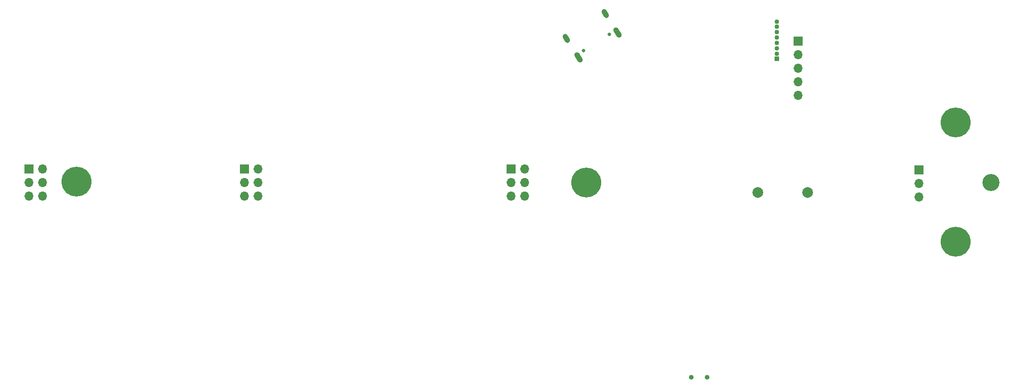
<source format=gbr>
%TF.GenerationSoftware,KiCad,Pcbnew,9.0.2*%
%TF.CreationDate,2025-06-18T16:04:02-05:00*%
%TF.ProjectId,NeoSword,4e656f53-776f-4726-942e-6b696361645f,rev?*%
%TF.SameCoordinates,Original*%
%TF.FileFunction,Soldermask,Bot*%
%TF.FilePolarity,Negative*%
%FSLAX46Y46*%
G04 Gerber Fmt 4.6, Leading zero omitted, Abs format (unit mm)*
G04 Created by KiCad (PCBNEW 9.0.2) date 2025-06-18 16:04:02*
%MOMM*%
%LPD*%
G01*
G04 APERTURE LIST*
G04 Aperture macros list*
%AMHorizOval*
0 Thick line with rounded ends*
0 $1 width*
0 $2 $3 position (X,Y) of the first rounded end (center of the circle)*
0 $4 $5 position (X,Y) of the second rounded end (center of the circle)*
0 Add line between two ends*
20,1,$1,$2,$3,$4,$5,0*
0 Add two circle primitives to create the rounded ends*
1,1,$1,$2,$3*
1,1,$1,$4,$5*%
G04 Aperture macros list end*
%ADD10R,1.700000X1.700000*%
%ADD11O,1.700000X1.700000*%
%ADD12C,0.650000*%
%ADD13HorizOval,1.000000X-0.295515X0.463865X0.295515X-0.463865X0*%
%ADD14HorizOval,1.000000X-0.214920X0.337357X0.214920X-0.337357X0*%
%ADD15C,2.000000*%
%ADD16C,5.600000*%
%ADD17C,3.200000*%
%ADD18R,0.850000X0.850000*%
%ADD19O,0.850000X0.850000*%
%ADD20C,0.900000*%
G04 APERTURE END LIST*
D10*
%TO.C,J10*%
X219300000Y-79200000D03*
D11*
X219300000Y-81740000D03*
X219300000Y-84280000D03*
X219300000Y-86820000D03*
X219300000Y-89360000D03*
%TD*%
D10*
%TO.C,J7*%
X165600000Y-103161482D03*
D11*
X168140000Y-103161482D03*
X165600000Y-105701482D03*
X168140000Y-105701482D03*
X165600000Y-108241482D03*
X168140000Y-108241482D03*
%TD*%
D12*
%TO.C,J11*%
X184025050Y-77881807D03*
X179150248Y-80987399D03*
D13*
X185499750Y-77535165D03*
D14*
X183269956Y-74035092D03*
X175983055Y-78677358D03*
D13*
X178212848Y-82177433D03*
%TD*%
D15*
%TO.C,J12*%
X221100000Y-107550000D03*
X211750000Y-107550000D03*
%TD*%
D16*
%TO.C,H1*%
X248800000Y-94400000D03*
%TD*%
D17*
%TO.C,H3*%
X255400000Y-105686482D03*
%TD*%
D18*
%TO.C,J5*%
X215300000Y-82500000D03*
D19*
X215300000Y-81500000D03*
X215300000Y-80500000D03*
X215300000Y-79500000D03*
X215300000Y-78500000D03*
X215300000Y-77500000D03*
X215300000Y-76500000D03*
X215300000Y-75500000D03*
%TD*%
D10*
%TO.C,J2*%
X75460000Y-103161482D03*
D11*
X78000000Y-103161482D03*
X75460000Y-105701482D03*
X78000000Y-105701482D03*
X75460000Y-108241482D03*
X78000000Y-108241482D03*
%TD*%
D10*
%TO.C,J4*%
X115780000Y-103161482D03*
D11*
X118320000Y-103161482D03*
X115780000Y-105701482D03*
X118320000Y-105701482D03*
X115780000Y-108241482D03*
X118320000Y-108241482D03*
%TD*%
D16*
%TO.C,H2*%
X248800000Y-116800000D03*
%TD*%
%TO.C,H4*%
X84400000Y-105500000D03*
%TD*%
%TO.C,H5*%
X179700000Y-105700000D03*
%TD*%
D20*
%TO.C,SW5*%
X202305000Y-142175000D03*
X199305000Y-142175000D03*
%TD*%
D10*
%TO.C,J9*%
X241900000Y-103260000D03*
D11*
X241900000Y-105800000D03*
X241900000Y-108340000D03*
%TD*%
M02*

</source>
